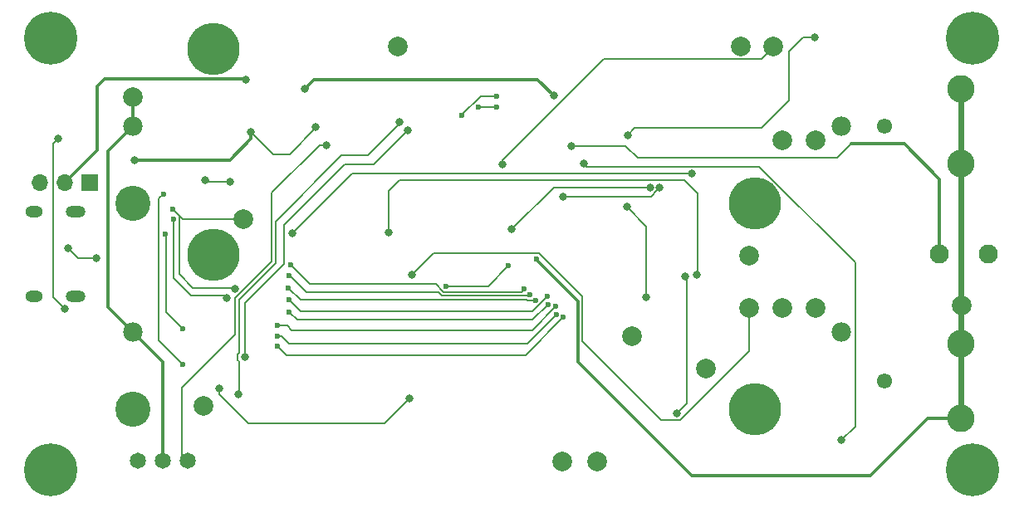
<source format=gbr>
%TF.GenerationSoftware,KiCad,Pcbnew,(6.0.4)*%
%TF.CreationDate,2023-03-24T19:38:28+01:00*%
%TF.ProjectId,test,74657374-2e6b-4696-9361-645f70636258,rev?*%
%TF.SameCoordinates,Original*%
%TF.FileFunction,Copper,L4,Bot*%
%TF.FilePolarity,Positive*%
%FSLAX46Y46*%
G04 Gerber Fmt 4.6, Leading zero omitted, Abs format (unit mm)*
G04 Created by KiCad (PCBNEW (6.0.4)) date 2023-03-24 19:38:28*
%MOMM*%
%LPD*%
G01*
G04 APERTURE LIST*
%TA.AperFunction,ComponentPad*%
%ADD10C,2.000000*%
%TD*%
%TA.AperFunction,ComponentPad*%
%ADD11C,1.650000*%
%TD*%
%TA.AperFunction,ComponentPad*%
%ADD12O,2.000000X1.200000*%
%TD*%
%TA.AperFunction,ComponentPad*%
%ADD13O,1.800000X1.200000*%
%TD*%
%TA.AperFunction,ComponentPad*%
%ADD14C,3.100000*%
%TD*%
%TA.AperFunction,ConnectorPad*%
%ADD15C,5.400000*%
%TD*%
%TA.AperFunction,ComponentPad*%
%ADD16R,1.700000X1.700000*%
%TD*%
%TA.AperFunction,ComponentPad*%
%ADD17O,1.700000X1.700000*%
%TD*%
%TA.AperFunction,ComponentPad*%
%ADD18C,2.800000*%
%TD*%
%TA.AperFunction,ComponentPad*%
%ADD19C,1.550000*%
%TD*%
%TA.AperFunction,ComponentPad*%
%ADD20C,1.980000*%
%TD*%
%TA.AperFunction,ComponentPad*%
%ADD21C,5.325000*%
%TD*%
%TA.AperFunction,ComponentPad*%
%ADD22C,3.585000*%
%TD*%
%TA.AperFunction,ComponentPad*%
%ADD23C,1.950000*%
%TD*%
%TA.AperFunction,ViaPad*%
%ADD24C,0.800000*%
%TD*%
%TA.AperFunction,ViaPad*%
%ADD25C,0.600000*%
%TD*%
%TA.AperFunction,Conductor*%
%ADD26C,0.200000*%
%TD*%
%TA.AperFunction,Conductor*%
%ADD27C,0.600000*%
%TD*%
%TA.AperFunction,Conductor*%
%ADD28C,0.300000*%
%TD*%
G04 APERTURE END LIST*
D10*
%TO.P,TP15,1,1*%
%TO.N,SCLK_SPI*%
X62225000Y-33425000D03*
%TD*%
%TO.P,TP1,1,1*%
%TO.N,/Power Supply/VBat+*%
X11400000Y-9000000D03*
%TD*%
D11*
%TO.P,SW3,1,A*%
%TO.N,Net-(C15-Pad1)*%
X16990000Y-46125000D03*
%TO.P,SW3,2,B*%
%TO.N,/Power Supply/VBat+*%
X14450000Y-46125000D03*
%TO.P,SW3,3,C*%
%TO.N,unconnected-(SW3-Pad3)*%
X11910000Y-46125000D03*
%TD*%
D10*
%TO.P,TP2,1,1*%
%TO.N,+3V3*%
X38330000Y-3880000D03*
%TD*%
D12*
%TO.P,U1,0,SHIELD*%
%TO.N,GND*%
X5515748Y-20673863D03*
%TO.P,U1,1,SHIELD*%
X5515748Y-29324105D03*
D13*
%TO.P,U1,2,SHIELD*%
X1315850Y-29324105D03*
%TO.P,U1,3,SHIELD*%
X1315850Y-20673863D03*
%TD*%
D10*
%TO.P,TP10,1,1*%
%TO.N,Offset_CH2*%
X74200000Y-30570000D03*
%TD*%
%TO.P,TP5,1,1*%
%TO.N,Net-(IC6-Pad2)*%
X80975000Y-13400000D03*
%TD*%
D14*
%TO.P,H4,1*%
%TO.N,N/C*%
X97000000Y-47000000D03*
D15*
X97000000Y-47000000D03*
%TD*%
D10*
%TO.P,TP7,1,1*%
%TO.N,Analog_Out_CH1*%
X77575000Y-13400000D03*
%TD*%
%TO.P,TP13,1,1*%
%TO.N,SDA*%
X55175000Y-46200000D03*
%TD*%
D14*
%TO.P,H1,1*%
%TO.N,N/C*%
X3000000Y-3000000D03*
D15*
X3000000Y-3000000D03*
%TD*%
D10*
%TO.P,TP12,1,1*%
%TO.N,SCL_I2C*%
X58650000Y-46200000D03*
%TD*%
D15*
%TO.P,H2,1*%
%TO.N,N/C*%
X97000000Y-3000000D03*
D14*
X97000000Y-3000000D03*
%TD*%
D10*
%TO.P,TP6,1,1*%
%TO.N,Net-(IC7-Pad2)*%
X80970000Y-30560000D03*
%TD*%
%TO.P,TP8,1,1*%
%TO.N,Analog_Out_CH2*%
X77610000Y-30570000D03*
%TD*%
%TO.P,TP11,1,1*%
%TO.N,Net-(C32-Pad1)*%
X74200000Y-25200000D03*
%TD*%
%TO.P,TP17,1,1*%
%TO.N,RX*%
X22650000Y-21450000D03*
%TD*%
%TO.P,TP16,1,1*%
%TO.N,TX*%
X18525000Y-40525000D03*
%TD*%
%TO.P,TP9,1,1*%
%TO.N,Offset_CH1*%
X76680000Y-3890000D03*
%TD*%
%TO.P,TP3,1,1*%
%TO.N,+3.3VA*%
X73300000Y-3850000D03*
%TD*%
D15*
%TO.P,H3,1*%
%TO.N,N/C*%
X3000000Y-47000000D03*
D14*
X3000000Y-47000000D03*
%TD*%
D10*
%TO.P,TP4,1,1*%
%TO.N,GNDREF*%
X95900000Y-30300000D03*
%TD*%
%TO.P,TP14,1,1*%
%TO.N,MOSI*%
X69750000Y-36725000D03*
%TD*%
D16*
%TO.P,JP1,1,A*%
%TO.N,Net-(C17-Pad1)*%
X6925000Y-17750000D03*
D17*
%TO.P,JP1,2,C*%
%TO.N,Net-(C19-Pad1)*%
X4385000Y-17750000D03*
%TO.P,JP1,3,B*%
%TO.N,+5V*%
X1845000Y-17750000D03*
%TD*%
D18*
%TO.P,J3,1*%
%TO.N,GNDREF*%
X95762500Y-8200000D03*
%TO.P,J3,2*%
X95762500Y-15800000D03*
D19*
%TO.P,J3,3*%
%TO.N,Net-(C24-Pad2)*%
X87962500Y-12000000D03*
%TD*%
D18*
%TO.P,J4,1*%
%TO.N,GNDREF*%
X95762500Y-34200000D03*
%TO.P,J4,2*%
X95762500Y-41800000D03*
D19*
%TO.P,J4,3*%
%TO.N,Net-(C25-Pad2)*%
X87962500Y-38000000D03*
%TD*%
D20*
%TO.P,U5,1,+*%
%TO.N,/Power Supply/VBat+*%
X11380000Y-33000000D03*
%TO.P,U5,2,-*%
%TO.N,GND*%
X83600000Y-33000000D03*
D21*
%TO.P,U5,MH1,MH1*%
%TO.N,unconnected-(U5-PadMH1)*%
X74780000Y-40870000D03*
D22*
%TO.P,U5,MH2,MH2*%
%TO.N,unconnected-(U5-PadMH2)*%
X11380000Y-40870000D03*
D21*
%TO.P,U5,MH3,MH3*%
%TO.N,unconnected-(U5-PadMH3)*%
X19580000Y-25130000D03*
%TD*%
D20*
%TO.P,U4,1,+*%
%TO.N,/Power Supply/VBat+*%
X11400000Y-12000000D03*
%TO.P,U4,2,-*%
%TO.N,GND*%
X83620000Y-12000000D03*
D21*
%TO.P,U4,MH1,MH1*%
%TO.N,unconnected-(U4-PadMH1)*%
X74800000Y-19870000D03*
D22*
%TO.P,U4,MH2,MH2*%
%TO.N,unconnected-(U4-PadMH2)*%
X11400000Y-19870000D03*
D21*
%TO.P,U4,MH3,MH3*%
%TO.N,unconnected-(U4-PadMH3)*%
X19600000Y-4130000D03*
%TD*%
D23*
%TO.P,J1,1,Pin_1*%
%TO.N,/USB and GPIO Expander/Status_PWM*%
X93607000Y-25000000D03*
%TO.P,J1,2,Pin_2*%
%TO.N,unconnected-(J1-Pad2)*%
X98607000Y-25000000D03*
%TD*%
D24*
%TO.N,GND*%
X18700000Y-17500000D03*
X21250000Y-17700000D03*
D25*
%TO.N,RX*%
X15450000Y-20475000D03*
D24*
X21772875Y-28572875D03*
D25*
%TO.N,GNDREF*%
X52550000Y-25575000D03*
%TO.N,/CH1_D0*%
X55250000Y-31500000D03*
X26125000Y-34450000D03*
%TO.N,/CH1_D1*%
X54523200Y-31166883D03*
X26075000Y-33450000D03*
%TO.N,/CH1_D2*%
X26075000Y-32325000D03*
X54457513Y-30370084D03*
%TO.N,/CH1_D3*%
X53688796Y-30150360D03*
X27302832Y-30922168D03*
D24*
%TO.N,CS_Gain_CH2*%
X61700000Y-20200000D03*
X63700000Y-29400000D03*
D25*
%TO.N,/CH1_D4*%
X27250000Y-29700000D03*
X53645667Y-29345667D03*
%TO.N,/CH1_D5*%
X27225000Y-28500000D03*
X52385479Y-29750815D03*
%TO.N,/CH1_D6*%
X51815334Y-29190334D03*
X27250000Y-27200000D03*
%TO.N,/CH1_D7*%
X27475000Y-26125000D03*
X51250000Y-28625000D03*
%TO.N,/I2S_CLK*%
X49650000Y-26250000D03*
X43300000Y-28300000D03*
D24*
%TO.N,CH2_AC_Sel*%
X83600000Y-44000000D03*
X57294622Y-15805378D03*
%TO.N,CH1_AC_Sel*%
X80900000Y-2900000D03*
X61800000Y-12900000D03*
%TO.N,Trigger_CH2*%
X68875000Y-27175000D03*
X37400000Y-22800000D03*
%TO.N,Trigger_CH1*%
X68339500Y-16850000D03*
X27600500Y-22925000D03*
%TO.N,Net-(C32-Pad1)*%
X67675000Y-27275000D03*
X66850000Y-41275000D03*
%TO.N,SCL_I2C*%
X38575000Y-11525000D03*
D25*
X48450000Y-10000000D03*
D24*
X22150000Y-39325000D03*
D25*
X46612511Y-10000000D03*
D24*
%TO.N,SDA*%
X22749500Y-35550000D03*
X39425000Y-12400000D03*
D25*
X48475000Y-8900000D03*
X44886411Y-10861411D03*
D24*
%TO.N,Analog_Out_CH1*%
X55250000Y-19150000D03*
X65074177Y-18224500D03*
D25*
%TO.N,TX*%
X15500000Y-21500000D03*
D24*
X20950000Y-29500000D03*
%TO.N,Analog_Out_CH2*%
X49975000Y-22500000D03*
X64075000Y-18250000D03*
%TO.N,Net-(C17-Pad1)*%
X30025000Y-12100498D03*
X11525000Y-15450000D03*
X23404306Y-12570694D03*
%TO.N,Net-(C15-Pad1)*%
X31100000Y-13950500D03*
%TO.N,Net-(IC1-Pad6)*%
X4750000Y-24400000D03*
X7600000Y-25448547D03*
%TO.N,ENABLE*%
X20150000Y-38725000D03*
X39525000Y-39800000D03*
%TO.N,Net-(C19-Pad1)*%
X28900000Y-8175000D03*
X54250000Y-8875000D03*
X22875872Y-7225872D03*
%TO.N,IO0*%
X4400000Y-30600000D03*
X3700000Y-13300000D03*
%TO.N,Offset_CH1*%
X49050000Y-15850000D03*
%TO.N,Offset_CH2*%
X39800000Y-27150000D03*
%TO.N,/USB and GPIO Expander/Status_PWM*%
X56100000Y-14000000D03*
D25*
%TO.N,/USB and GPIO Expander/RTS*%
X14500000Y-18900000D03*
X16475000Y-36250000D03*
%TO.N,/USB and GPIO Expander/DTR*%
X16475000Y-32650000D03*
X14675000Y-22975000D03*
%TD*%
D26*
%TO.N,GND*%
X21250000Y-17700000D02*
X18900000Y-17700000D01*
X18900000Y-17700000D02*
X18700000Y-17500000D01*
%TO.N,RX*%
X16099511Y-21124511D02*
X15450000Y-20475000D01*
X17475000Y-28475000D02*
X16099511Y-27099511D01*
X16099511Y-27099511D02*
X16099511Y-21124511D01*
X21675000Y-28475000D02*
X17475000Y-28475000D01*
X16425000Y-21450000D02*
X15450000Y-20475000D01*
X21772875Y-28572875D02*
X21675000Y-28475000D01*
X22650000Y-21450000D02*
X16425000Y-21450000D01*
D27*
%TO.N,GNDREF*%
X95762500Y-15800000D02*
X95762500Y-30162500D01*
X95762500Y-8200000D02*
X95762500Y-15800000D01*
D28*
X86550000Y-47650000D02*
X92400000Y-41800000D01*
X52550000Y-25575000D02*
X52550000Y-25625000D01*
X56750000Y-36025000D02*
X68375000Y-47650000D01*
D27*
X95762500Y-34200000D02*
X95762500Y-30437500D01*
X95762500Y-41800000D02*
X95762500Y-34200000D01*
X95762500Y-30437500D02*
X95900000Y-30300000D01*
X95762500Y-30162500D02*
X95900000Y-30300000D01*
D28*
X92400000Y-41800000D02*
X95762500Y-41800000D01*
X52550000Y-25625000D02*
X56750000Y-29825000D01*
X56750000Y-29825000D02*
X56750000Y-36025000D01*
X68375000Y-47650000D02*
X86550000Y-47650000D01*
D26*
%TO.N,/CH1_D0*%
X27025000Y-35350000D02*
X51400000Y-35350000D01*
X51400000Y-35350000D02*
X55250000Y-31500000D01*
X26125000Y-34450000D02*
X27025000Y-35350000D01*
%TO.N,/CH1_D1*%
X51540083Y-34150000D02*
X27237844Y-34150000D01*
X54523200Y-31166883D02*
X51540083Y-34150000D01*
X27237844Y-34150000D02*
X26537844Y-33450000D01*
X26537844Y-33450000D02*
X26075000Y-33450000D01*
%TO.N,/CH1_D2*%
X26075000Y-32325000D02*
X27097838Y-32325000D01*
X27097838Y-32325000D02*
X27547838Y-32775000D01*
X27547838Y-32775000D02*
X52052597Y-32775000D01*
X52052597Y-32775000D02*
X54457513Y-30370084D01*
%TO.N,/CH1_D3*%
X27302832Y-30922168D02*
X28130664Y-31750000D01*
X52089156Y-31750000D02*
X53688796Y-30150360D01*
X28130664Y-31750000D02*
X52089156Y-31750000D01*
%TO.N,CS_Gain_CH2*%
X61700000Y-20200000D02*
X63700000Y-22200000D01*
X63700000Y-22200000D02*
X63700000Y-29400000D01*
%TO.N,/CH1_D4*%
X27300000Y-29700000D02*
X28500000Y-30900000D01*
X27250000Y-29700000D02*
X27300000Y-29700000D01*
X28500000Y-30900000D02*
X52091334Y-30900000D01*
X52091334Y-30900000D02*
X53645667Y-29345667D01*
%TO.N,/CH1_D5*%
X27225000Y-28500000D02*
X28450000Y-29725000D01*
X28450000Y-29725000D02*
X51502162Y-29725000D01*
X51502162Y-29725000D02*
X51567007Y-29789845D01*
X51567007Y-29789845D02*
X52346449Y-29789845D01*
X52346449Y-29789845D02*
X52385479Y-29750815D01*
%TO.N,/CH1_D6*%
X42537156Y-28950000D02*
X42886187Y-29299031D01*
X27250000Y-27200000D02*
X27325000Y-27200000D01*
X29075000Y-28950000D02*
X42537156Y-28950000D01*
X51706637Y-29299031D02*
X51815334Y-29190334D01*
X27325000Y-27200000D02*
X29075000Y-28950000D01*
X42886187Y-29299031D02*
X51706637Y-29299031D01*
%TO.N,/CH1_D7*%
X51250000Y-28625000D02*
X50975489Y-28899511D01*
X43051673Y-28899511D02*
X42227162Y-28075000D01*
X42227162Y-28075000D02*
X29425000Y-28075000D01*
X29425000Y-28075000D02*
X27475000Y-26125000D01*
X50975489Y-28899511D02*
X43051673Y-28899511D01*
%TO.N,/I2S_CLK*%
X43300000Y-28300000D02*
X47600000Y-28300000D01*
X47600000Y-28300000D02*
X49650000Y-26250000D01*
%TO.N,CH2_AC_Sel*%
X83600000Y-44000000D02*
X85000000Y-42600000D01*
X85000000Y-25881083D02*
X75238917Y-16120000D01*
X75238917Y-16120000D02*
X57609244Y-16120000D01*
X85000000Y-42600000D02*
X85000000Y-25881083D01*
X57609244Y-16120000D02*
X57294622Y-15805378D01*
%TO.N,CH1_AC_Sel*%
X78225000Y-4375000D02*
X78225000Y-9400000D01*
X79700000Y-2900000D02*
X78225000Y-4375000D01*
X62510000Y-12190000D02*
X61800000Y-12900000D01*
X75435000Y-12190000D02*
X62510000Y-12190000D01*
X80900000Y-2900000D02*
X79700000Y-2900000D01*
X78225000Y-9400000D02*
X75435000Y-12190000D01*
%TO.N,Trigger_CH2*%
X68925000Y-27125000D02*
X68925000Y-18850000D01*
X37400000Y-18625000D02*
X37400000Y-22800000D01*
X67600000Y-17525000D02*
X38500000Y-17525000D01*
X38500000Y-17525000D02*
X37400000Y-18625000D01*
X68875000Y-27175000D02*
X68925000Y-27125000D01*
X68925000Y-18850000D02*
X67600000Y-17525000D01*
%TO.N,Trigger_CH1*%
X27600500Y-22925000D02*
X27625500Y-22925000D01*
X27625500Y-22925000D02*
X33700500Y-16850000D01*
X33700500Y-16850000D02*
X68339500Y-16850000D01*
%TO.N,Net-(C32-Pad1)*%
X67820000Y-40305000D02*
X66850000Y-41275000D01*
X67675000Y-27275000D02*
X67820000Y-27420000D01*
X67820000Y-27420000D02*
X67820000Y-40305000D01*
%TO.N,SCL_I2C*%
X38575000Y-11700000D02*
X38575000Y-11525000D01*
X22200000Y-35110241D02*
X22200000Y-29700000D01*
X22200000Y-29700000D02*
X25925000Y-25975000D01*
X25925000Y-21700000D02*
X32650000Y-14975000D01*
X22049989Y-35839748D02*
X22049989Y-35260252D01*
X25925000Y-25975000D02*
X25925000Y-21700000D01*
X22200000Y-35989759D02*
X22049989Y-35839748D01*
X22049989Y-35260252D02*
X22200000Y-35110241D01*
X35300000Y-14975000D02*
X38575000Y-11700000D01*
X22150000Y-39325000D02*
X22200000Y-39275000D01*
X22200000Y-39275000D02*
X22200000Y-35989759D01*
X32650000Y-14975000D02*
X35300000Y-14975000D01*
X46612511Y-10000000D02*
X48450000Y-10000000D01*
%TO.N,SDA*%
X22749500Y-30002662D02*
X26750000Y-26002162D01*
X26750000Y-26002162D02*
X26750000Y-22100000D01*
X44886411Y-10813589D02*
X44886411Y-10861411D01*
X32975000Y-15875000D02*
X35950000Y-15875000D01*
X26750000Y-22100000D02*
X32975000Y-15875000D01*
X35950000Y-15875000D02*
X39425000Y-12400000D01*
X46800000Y-8900000D02*
X44886411Y-10813589D01*
X22749500Y-35550000D02*
X22749500Y-30002662D01*
X48475000Y-8900000D02*
X46800000Y-8900000D01*
%TO.N,Analog_Out_CH1*%
X65074177Y-18224500D02*
X65025500Y-18224500D01*
X64774511Y-18475489D02*
X64774511Y-18539748D01*
X65025500Y-18224500D02*
X64774511Y-18475489D01*
X64774511Y-18539748D02*
X64164259Y-19150000D01*
X64164259Y-19150000D02*
X55250000Y-19150000D01*
%TO.N,TX*%
X15500000Y-27500000D02*
X15500000Y-21500000D01*
X20950000Y-29500000D02*
X20750000Y-29300000D01*
X20750000Y-29300000D02*
X17300000Y-29300000D01*
X17300000Y-29300000D02*
X15500000Y-27500000D01*
%TO.N,Analog_Out_CH2*%
X64075000Y-18250000D02*
X64050000Y-18225000D01*
X64050000Y-18225000D02*
X54250000Y-18225000D01*
X54250000Y-18225000D02*
X49975000Y-22500000D01*
D28*
%TO.N,/Power Supply/VBat+*%
X8850000Y-30470000D02*
X11380000Y-33000000D01*
X11400000Y-12000000D02*
X11400000Y-9000000D01*
X11400000Y-12000000D02*
X8850000Y-14550000D01*
X14450000Y-36070000D02*
X14450000Y-46125000D01*
X11380000Y-33000000D02*
X14450000Y-36070000D01*
X8850000Y-14550000D02*
X8850000Y-30470000D01*
%TO.N,Net-(C17-Pad1)*%
X23404306Y-12570694D02*
X23404306Y-13270694D01*
D26*
X30025000Y-12150000D02*
X30025000Y-12100498D01*
X23404306Y-12570694D02*
X25683612Y-14850000D01*
X27325000Y-14850000D02*
X30025000Y-12150000D01*
X25683612Y-14850000D02*
X27325000Y-14850000D01*
D28*
X21225000Y-15450000D02*
X11525000Y-15450000D01*
X23404306Y-13270694D02*
X21225000Y-15450000D01*
D26*
%TO.N,Net-(C15-Pad1)*%
X16375000Y-38650000D02*
X16375000Y-45510000D01*
X30369500Y-13950500D02*
X25525480Y-18794520D01*
X21800481Y-33224519D02*
X16375000Y-38650000D01*
X25525480Y-25809514D02*
X21800481Y-29534513D01*
X31100000Y-13950500D02*
X30369500Y-13950500D01*
X21800481Y-29534513D02*
X21800481Y-33224519D01*
X16375000Y-45510000D02*
X16990000Y-46125000D01*
X25525480Y-18794520D02*
X25525480Y-25809514D01*
%TO.N,Net-(IC1-Pad6)*%
X4750000Y-24400000D02*
X5798547Y-25448547D01*
X5798547Y-25448547D02*
X7600000Y-25448547D01*
%TO.N,ENABLE*%
X20150000Y-38725000D02*
X20150000Y-39375000D01*
X20150000Y-39375000D02*
X23100000Y-42325000D01*
X23100000Y-42325000D02*
X37000000Y-42325000D01*
X37000000Y-42325000D02*
X39525000Y-39800000D01*
D27*
%TO.N,Net-(C19-Pad1)*%
X28900000Y-8175000D02*
X28974511Y-8100489D01*
D28*
X29815000Y-7260000D02*
X52635000Y-7260000D01*
X4385000Y-17750000D02*
X7700000Y-14435000D01*
X22850000Y-7200000D02*
X22875872Y-7225872D01*
X52635000Y-7260000D02*
X54250000Y-8875000D01*
X8450000Y-7200000D02*
X22850000Y-7200000D01*
X7700000Y-14435000D02*
X7700000Y-7950000D01*
X7700000Y-7950000D02*
X8450000Y-7200000D01*
X28974511Y-8100489D02*
X29815000Y-7260000D01*
D26*
%TO.N,IO0*%
X3235489Y-29435489D02*
X3235489Y-13764511D01*
X4400000Y-30600000D02*
X3235489Y-29435489D01*
X3235489Y-13764511D02*
X3700000Y-13300000D01*
%TO.N,Offset_CH1*%
X49050000Y-15450000D02*
X59350489Y-5149511D01*
X59350489Y-5149511D02*
X75420489Y-5149511D01*
X49050000Y-15850000D02*
X49050000Y-15450000D01*
X75420489Y-5149511D02*
X76680000Y-3890000D01*
%TO.N,Offset_CH2*%
X41974511Y-24975489D02*
X39800000Y-27150000D01*
X67139748Y-41974511D02*
X65224511Y-41974511D01*
X65224511Y-41974511D02*
X57199520Y-33949520D01*
X57199520Y-29376682D02*
X52798327Y-24975489D01*
X74200000Y-30570000D02*
X74200000Y-34914259D01*
X74200000Y-34914259D02*
X67139748Y-41974511D01*
X52798327Y-24975489D02*
X41974511Y-24975489D01*
X57199520Y-33949520D02*
X57199520Y-29376682D01*
%TO.N,/USB and GPIO Expander/Status_PWM*%
X61600000Y-14000000D02*
X56100000Y-14000000D01*
X83200000Y-15200000D02*
X62800000Y-15200000D01*
D28*
X93607000Y-25000000D02*
X93607000Y-17407000D01*
X93607000Y-17407000D02*
X90000000Y-13800000D01*
D26*
X62800000Y-15200000D02*
X61600000Y-14000000D01*
X84600000Y-13800000D02*
X83200000Y-15200000D01*
D28*
X90000000Y-13800000D02*
X84600000Y-13800000D01*
D26*
%TO.N,/USB and GPIO Expander/RTS*%
X14025000Y-33800000D02*
X16475000Y-36250000D01*
X14500000Y-18900000D02*
X14025000Y-19375000D01*
X14025000Y-19375000D02*
X14025000Y-33800000D01*
%TO.N,/USB and GPIO Expander/DTR*%
X14675000Y-22975000D02*
X14750000Y-23050000D01*
X14750000Y-23050000D02*
X14750000Y-30925000D01*
X14750000Y-30925000D02*
X16475000Y-32650000D01*
%TD*%
M02*

</source>
